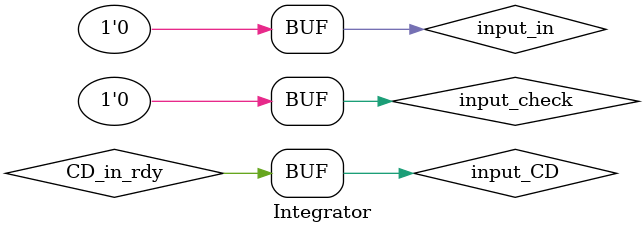
<source format=v>
`timescale 1ns / 1ps


module Integrator;

wire [15:0] x,y,vx,vy,ax,ay,t,x2,y2,vx2,vy2,UM_Vxin,UM_Vyin,CD_Vxin,CD_Vyin,CD_xin,CD_yin;
wire [15:0] xnew,ynew,vxnew,vynew; //confirm size of t
wire [31:0] R;
wire clock,UM_in_rdy,CD_in_rdy;			
wire UM_out_rdy;
wire CD_out_rdy;
wire trial;
wire [15:0] VS_Vxin,VS_Vyin,VS_Vxout,VS_Vyout;
wire VS_in_rdy;
wire VS_out_rdy;
reg [15:0] xnew_CD,ynew_CD,Vxnew_CD,Vynew_CD;
reg [15:0] Vxnew_UM,Vynew_UM;
reg [15:0] Vxnew_VS,Vynew_VS;
wire input_check;

reg input_in=1'b0;
reg input_CD=1'b0;
reg input_UM=1'b0;
reg input_VS=1'b0;

update_module UM (x, y, UM_Vxin, UM_Vyin, ax, ay ,t,clock, UM_in_rdy,UM_out_rdy,xnew, ynew, vxnew, vynew);
Velocity_selector VS (VS_Vxin,VS_Vyin,clock,VS_in_rdy,VS_Vxout,VS_Vyout,VS_out_rdy);
coll_det CD(CD_xin,CD_yin,x2, y2, CD_Vxin, CD_Vyin, vx2, vy2, R, trial, clock, CD_in_rdy, CD_out_rdy);

assign CD_xin=xnew_CD;
assign CD_yin=ynew_CD;
assign CD_Vxin=Vxnew_CD;
assign CD_Vyin=Vynew_CD;

assign UM_Vxin=Vxnew_UM;
assign UM_Vyin=Vynew_UM;

assign VS_Vxin=Vxnew_VS;
assign VS_Vyin=Vynew_VS;

assign input_check  = input_in;
assign VS_in_rdy    = input_VS;
assign UM_in_rdy    = input_UM;
assign CD_in_rdy    = input_CD;

/*always @(posedge input_check)   //Make input_check high for writing into UM from file
begin
    input_UM = 1'b1;
    Vxnew_UM = vx;
    Vynew_UM = vy;
end*/

always @(posedge UM_out_rdy)
begin
    input_CD = 1'b1;
    xnew_CD  = xnew;
    ynew_CD  = ynew;
    Vxnew_CD = vxnew;
    Vynew_CD = vynew;
    #10;
    input_UM = 1'b0;
end

always @(posedge trial)   //Load only when collision exist
begin
    input_VS = 1'b1;
    Vxnew_VS = CD_Vxin;
    Vynew_VS = CD_Vyin;
end

always @(posedge CD_out_rdy)
begin
    #10;
    input_CD = 1'b0;
end

always @(posedge VS_out_rdy)
begin
    input_UM = 1'b1;
    Vxnew_UM = VS_Vxout;
    Vynew_UM = VS_Vyout;
    #10;                     //Delay necessary to copy the outputs before deactivating the module
    input_VS = 1'b0;        //To turn the module of once output is ready(simillarly with the rest);
end

endmodule

</source>
